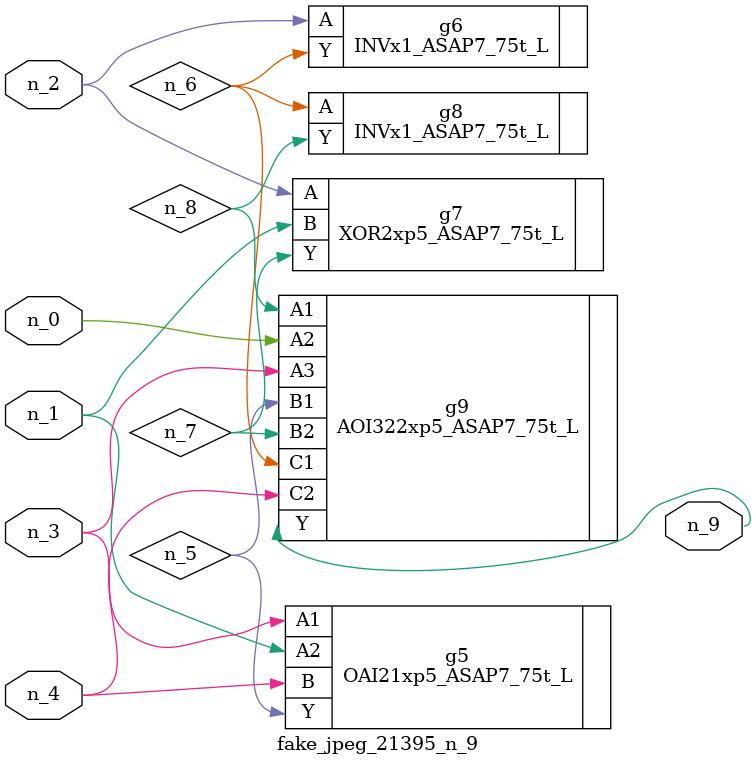
<source format=v>
module fake_jpeg_21395_n_9 (n_3, n_2, n_1, n_0, n_4, n_9);

input n_3;
input n_2;
input n_1;
input n_0;
input n_4;

output n_9;

wire n_8;
wire n_6;
wire n_5;
wire n_7;

OAI21xp5_ASAP7_75t_L g5 ( 
.A1(n_3),
.A2(n_1),
.B(n_4),
.Y(n_5)
);

INVx1_ASAP7_75t_L g6 ( 
.A(n_2),
.Y(n_6)
);

XOR2xp5_ASAP7_75t_L g7 ( 
.A(n_2),
.B(n_1),
.Y(n_7)
);

INVx1_ASAP7_75t_L g8 ( 
.A(n_6),
.Y(n_8)
);

AOI322xp5_ASAP7_75t_L g9 ( 
.A1(n_8),
.A2(n_0),
.A3(n_3),
.B1(n_5),
.B2(n_7),
.C1(n_6),
.C2(n_4),
.Y(n_9)
);


endmodule
</source>
